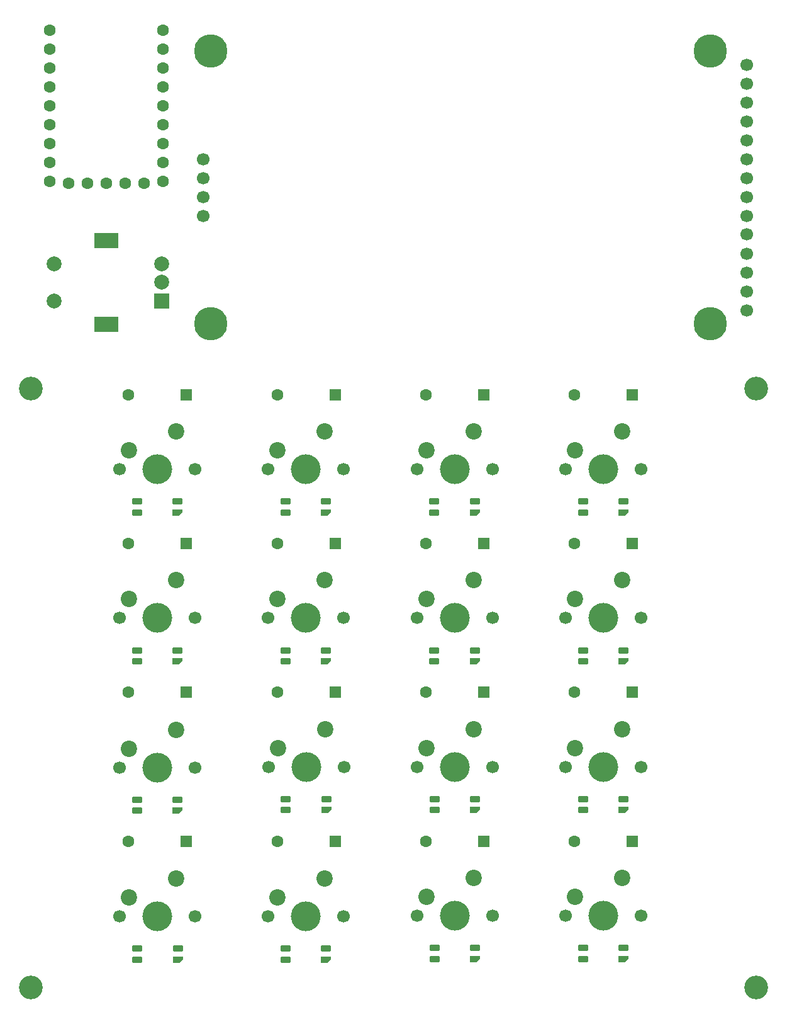
<source format=gbr>
%TF.GenerationSoftware,KiCad,Pcbnew,(6.0.4)*%
%TF.CreationDate,2022-05-01T23:44:28+08:00*%
%TF.ProjectId,RP2040_16Key_ili9341_LCD_keypad,52503230-3430-45f3-9136-4b65795f696c,rev?*%
%TF.SameCoordinates,Original*%
%TF.FileFunction,Soldermask,Bot*%
%TF.FilePolarity,Negative*%
%FSLAX46Y46*%
G04 Gerber Fmt 4.6, Leading zero omitted, Abs format (unit mm)*
G04 Created by KiCad (PCBNEW (6.0.4)) date 2022-05-01 23:44:28*
%MOMM*%
%LPD*%
G01*
G04 APERTURE LIST*
G04 Aperture macros list*
%AMRoundRect*
0 Rectangle with rounded corners*
0 $1 Rounding radius*
0 $2 $3 $4 $5 $6 $7 $8 $9 X,Y pos of 4 corners*
0 Add a 4 corners polygon primitive as box body*
4,1,4,$2,$3,$4,$5,$6,$7,$8,$9,$2,$3,0*
0 Add four circle primitives for the rounded corners*
1,1,$1+$1,$2,$3*
1,1,$1+$1,$4,$5*
1,1,$1+$1,$6,$7*
1,1,$1+$1,$8,$9*
0 Add four rect primitives between the rounded corners*
20,1,$1+$1,$2,$3,$4,$5,0*
20,1,$1+$1,$4,$5,$6,$7,0*
20,1,$1+$1,$6,$7,$8,$9,0*
20,1,$1+$1,$8,$9,$2,$3,0*%
%AMFreePoly0*
4,1,18,-0.410000,0.593000,-0.403758,0.624380,-0.385983,0.650983,-0.359380,0.668758,-0.328000,0.675000,0.328000,0.675000,0.359380,0.668758,0.385983,0.650983,0.403758,0.624380,0.410000,0.593000,0.410000,-0.593000,0.403758,-0.624380,0.385983,-0.650983,0.359380,-0.668758,0.328000,-0.675000,0.000000,-0.675000,-0.410000,-0.265000,-0.410000,0.593000,-0.410000,0.593000,$1*%
G04 Aperture macros list end*
%ADD10C,1.700000*%
%ADD11C,4.000000*%
%ADD12C,2.200000*%
%ADD13R,1.600000X1.600000*%
%ADD14C,1.600000*%
%ADD15R,2.000000X2.000000*%
%ADD16C,2.000000*%
%ADD17R,3.200000X2.000000*%
%ADD18C,3.200000*%
%ADD19C,4.500000*%
%ADD20RoundRect,0.082000X0.593000X-0.328000X0.593000X0.328000X-0.593000X0.328000X-0.593000X-0.328000X0*%
%ADD21FreePoly0,90.000000*%
G04 APERTURE END LIST*
D10*
%TO.C,K4*%
X117606667Y-96260000D03*
D11*
X122686667Y-96260000D03*
D10*
X127766667Y-96260000D03*
D12*
X125226667Y-91180000D03*
X118876667Y-93720000D03*
%TD*%
D13*
%TO.C,D7*%
X106586667Y-106260000D03*
D14*
X98786667Y-106260000D03*
%TD*%
D13*
%TO.C,D14*%
X86586667Y-146260000D03*
D14*
X78786667Y-146260000D03*
%TD*%
D13*
%TO.C,D13*%
X66586667Y-146260000D03*
D14*
X58786667Y-146260000D03*
%TD*%
D13*
%TO.C,D10*%
X86586667Y-126260000D03*
D14*
X78786667Y-126260000D03*
%TD*%
D11*
%TO.C,K8*%
X122686667Y-116260000D03*
D10*
X127766667Y-116260000D03*
X117606667Y-116260000D03*
D12*
X125226667Y-111180000D03*
X118876667Y-113720000D03*
%TD*%
D13*
%TO.C,D4*%
X126586667Y-86260000D03*
D14*
X118786667Y-86260000D03*
%TD*%
D10*
%TO.C,K5*%
X67726667Y-116260000D03*
X57566667Y-116260000D03*
D11*
X62646667Y-116260000D03*
D12*
X65186667Y-111180000D03*
X58836667Y-113720000D03*
%TD*%
D13*
%TO.C,D9*%
X66586667Y-126260000D03*
D14*
X58786667Y-126260000D03*
%TD*%
D11*
%TO.C,K11*%
X102686667Y-136260000D03*
D10*
X97606667Y-136260000D03*
X107766667Y-136260000D03*
D12*
X105226667Y-131180000D03*
X98876667Y-133720000D03*
%TD*%
D10*
%TO.C,K3*%
X107753333Y-96260000D03*
D11*
X102673333Y-96260000D03*
D10*
X97593333Y-96260000D03*
D12*
X105213333Y-91180000D03*
X98863333Y-93720000D03*
%TD*%
D13*
%TO.C,D12*%
X126586667Y-126260000D03*
D14*
X118786667Y-126260000D03*
%TD*%
D10*
%TO.C,K1*%
X67726667Y-96260000D03*
X57566667Y-96260000D03*
D11*
X62646667Y-96260000D03*
D12*
X65186667Y-91180000D03*
X58836667Y-93720000D03*
%TD*%
D15*
%TO.C,SW1*%
X63280000Y-73640000D03*
D16*
X63280000Y-68640000D03*
X63280000Y-71140000D03*
D17*
X55780000Y-65540000D03*
X55780000Y-76740000D03*
D16*
X48780000Y-68640000D03*
X48780000Y-73640000D03*
%TD*%
D13*
%TO.C,D1*%
X66586667Y-86260000D03*
D14*
X58786667Y-86260000D03*
%TD*%
D13*
%TO.C,D2*%
X86586667Y-86260000D03*
D14*
X78786667Y-86260000D03*
%TD*%
D18*
%TO.C,REF\u002A\u002A*%
X45610000Y-85400000D03*
%TD*%
D13*
%TO.C,D11*%
X106586667Y-126260000D03*
D14*
X98786667Y-126260000D03*
%TD*%
D10*
%TO.C,K10*%
X77606667Y-136260000D03*
X87766667Y-136260000D03*
D11*
X82686667Y-136260000D03*
D12*
X85226667Y-131180000D03*
X78876667Y-133720000D03*
%TD*%
D10*
%TO.C,K16*%
X117606667Y-156260000D03*
D11*
X122686667Y-156260000D03*
D10*
X127766667Y-156260000D03*
D12*
X125226667Y-151180000D03*
X118876667Y-153720000D03*
%TD*%
D13*
%TO.C,D8*%
X126586667Y-106260000D03*
D14*
X118786667Y-106260000D03*
%TD*%
D10*
%TO.C,K7*%
X97593333Y-116260000D03*
D11*
X102673333Y-116260000D03*
D10*
X107753333Y-116260000D03*
D12*
X105213333Y-111180000D03*
X98863333Y-113720000D03*
%TD*%
D11*
%TO.C,K15*%
X102686667Y-156260000D03*
D10*
X97606667Y-156260000D03*
X107766667Y-156260000D03*
D12*
X105226667Y-151180000D03*
X98876667Y-153720000D03*
%TD*%
D18*
%TO.C,REF\u002A\u002A*%
X143260000Y-165960000D03*
%TD*%
D11*
%TO.C,K13*%
X62686667Y-156340000D03*
D10*
X67766667Y-156340000D03*
X57606667Y-156340000D03*
D12*
X65226667Y-151260000D03*
X58876667Y-153800000D03*
%TD*%
D13*
%TO.C,D15*%
X106586667Y-146260000D03*
D14*
X98786667Y-146260000D03*
%TD*%
D18*
%TO.C,REF\u002A\u002A*%
X143260000Y-85400000D03*
%TD*%
D13*
%TO.C,D5*%
X66586667Y-106260000D03*
D14*
X58786667Y-106260000D03*
%TD*%
D13*
%TO.C,D16*%
X126586667Y-146260000D03*
D14*
X118786667Y-146260000D03*
%TD*%
D10*
%TO.C,K12*%
X127766667Y-136260000D03*
D11*
X122686667Y-136260000D03*
D10*
X117606667Y-136260000D03*
D12*
X125226667Y-131180000D03*
X118876667Y-133720000D03*
%TD*%
D19*
%TO.C,U1*%
X69830000Y-76730000D03*
X137090000Y-76730000D03*
X137090000Y-40010000D03*
X69830000Y-40010000D03*
D10*
X142010000Y-74880000D03*
X142010000Y-72340000D03*
X142010000Y-69800000D03*
X142010000Y-67260000D03*
X142010000Y-64630000D03*
X142010000Y-62180000D03*
X142010000Y-59640000D03*
X142010000Y-57100000D03*
X142010000Y-54560000D03*
X142010000Y-52020000D03*
X142010000Y-49480000D03*
X142010000Y-46940000D03*
X142010000Y-44400000D03*
X142010000Y-41860000D03*
X68830000Y-62180000D03*
X68830000Y-59640000D03*
X68830000Y-57100000D03*
X68830000Y-54560000D03*
%TD*%
D13*
%TO.C,D6*%
X86586667Y-106260000D03*
D14*
X78786667Y-106260000D03*
%TD*%
%TO.C,RZ1*%
X63385000Y-37250000D03*
X63385000Y-39790000D03*
X63385000Y-42330000D03*
X63385000Y-44870000D03*
X63385000Y-47410000D03*
X63385000Y-49950000D03*
X63385000Y-52490000D03*
X63385000Y-55030000D03*
X63385000Y-57570000D03*
X60845000Y-57780000D03*
X58305000Y-57780000D03*
X55765000Y-57780000D03*
X53225000Y-57780000D03*
X50685000Y-57780000D03*
X48145000Y-57570000D03*
X48145000Y-55030000D03*
X48145000Y-52490000D03*
X48145000Y-49950000D03*
X48145000Y-47410000D03*
X48145000Y-44870000D03*
X48145000Y-42330000D03*
X48145000Y-37250000D03*
X48145000Y-39790000D03*
%TD*%
D11*
%TO.C,K6*%
X82660000Y-116260000D03*
D10*
X87740000Y-116260000D03*
X77580000Y-116260000D03*
D12*
X85200000Y-111180000D03*
X78850000Y-113720000D03*
%TD*%
D10*
%TO.C,K2*%
X87740000Y-96260000D03*
D11*
X82660000Y-96260000D03*
D10*
X77580000Y-96260000D03*
D12*
X85200000Y-91180000D03*
X78850000Y-93720000D03*
%TD*%
D18*
%TO.C,REF\u002A\u002A*%
X45610000Y-165960000D03*
%TD*%
D10*
%TO.C,K9*%
X67726667Y-136340000D03*
X57566667Y-136340000D03*
D11*
X62646667Y-136340000D03*
D12*
X65186667Y-131260000D03*
X58836667Y-133800000D03*
%TD*%
D10*
%TO.C,K14*%
X87726667Y-156340000D03*
X77566667Y-156340000D03*
D11*
X82646667Y-156340000D03*
D12*
X85186667Y-151260000D03*
X78836667Y-153800000D03*
%TD*%
D13*
%TO.C,D3*%
X106586667Y-86260000D03*
D14*
X98786667Y-86260000D03*
%TD*%
D20*
%TO.C,LED8*%
X119961667Y-120590000D03*
X119961667Y-122090000D03*
X125411667Y-120590000D03*
D21*
X125411667Y-122090000D03*
%TD*%
D20*
%TO.C,LED5*%
X59921667Y-120590000D03*
X59921667Y-122090000D03*
X65371667Y-120590000D03*
D21*
X65371667Y-122090000D03*
%TD*%
D20*
%TO.C,LED11*%
X99961667Y-140590000D03*
X99961667Y-142090000D03*
X105411667Y-140590000D03*
D21*
X105411667Y-142090000D03*
%TD*%
D20*
%TO.C,LED6*%
X79935000Y-120590000D03*
X79935000Y-122090000D03*
X85385000Y-120590000D03*
D21*
X85385000Y-122090000D03*
%TD*%
D20*
%TO.C,LED2*%
X79935000Y-100590000D03*
X79935000Y-102090000D03*
X85385000Y-100590000D03*
D21*
X85385000Y-102090000D03*
%TD*%
D20*
%TO.C,LED10*%
X79961667Y-140590000D03*
X79961667Y-142090000D03*
X85411667Y-140590000D03*
D21*
X85411667Y-142090000D03*
%TD*%
D20*
%TO.C,LED1*%
X59921667Y-100590000D03*
X59921667Y-102090000D03*
X65371667Y-100590000D03*
D21*
X65371667Y-102090000D03*
%TD*%
D20*
%TO.C,LED3*%
X99948333Y-100590000D03*
X99948333Y-102090000D03*
X105398333Y-100590000D03*
D21*
X105398333Y-102090000D03*
%TD*%
D20*
%TO.C,LED12*%
X119961667Y-140590000D03*
X119961667Y-142090000D03*
X125411667Y-140590000D03*
D21*
X125411667Y-142090000D03*
%TD*%
D20*
%TO.C,LED14*%
X79921667Y-160670000D03*
X79921667Y-162170000D03*
X85371667Y-160670000D03*
D21*
X85371667Y-162170000D03*
%TD*%
D20*
%TO.C,LED9*%
X59921667Y-140670000D03*
X59921667Y-142170000D03*
X65371667Y-140670000D03*
D21*
X65371667Y-142170000D03*
%TD*%
D20*
%TO.C,LED15*%
X99961667Y-160590000D03*
X99961667Y-162090000D03*
X105411667Y-160590000D03*
D21*
X105411667Y-162090000D03*
%TD*%
D20*
%TO.C,LED13*%
X59961667Y-160670000D03*
X59961667Y-162170000D03*
X65411667Y-160670000D03*
D21*
X65411667Y-162170000D03*
%TD*%
D20*
%TO.C,LED7*%
X99948333Y-120590000D03*
X99948333Y-122090000D03*
X105398333Y-120590000D03*
D21*
X105398333Y-122090000D03*
%TD*%
D20*
%TO.C,LED4*%
X119961667Y-100590000D03*
X119961667Y-102090000D03*
X125411667Y-100590000D03*
D21*
X125411667Y-102090000D03*
%TD*%
D20*
%TO.C,LED16*%
X119961667Y-160590000D03*
X119961667Y-162090000D03*
X125411667Y-160590000D03*
D21*
X125411667Y-162090000D03*
%TD*%
M02*

</source>
